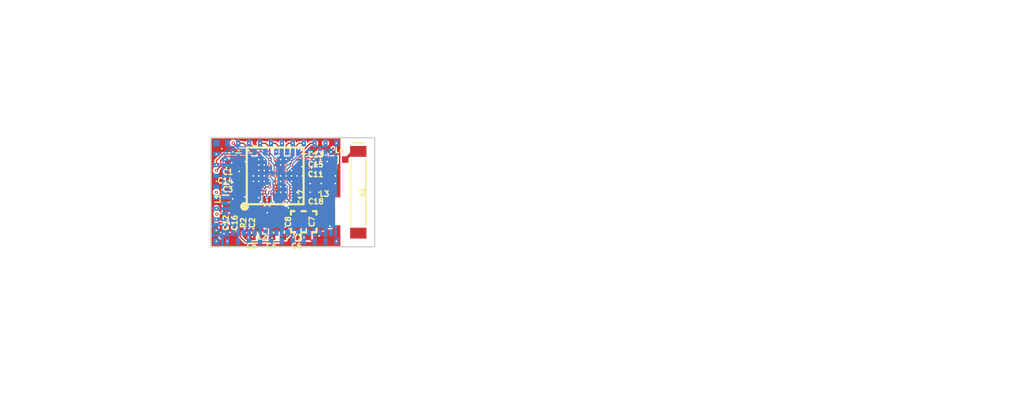
<source format=kicad_pcb>
(kicad_pcb (version 20221018) (generator pcbnew)
  (layers (0 "F.Cu" signal) (1 "In1.Cu" signal) (2 "In2.Cu" signal) (31 "B.Cu" signal) (34 "B.Paste" user) (35 "F.Paste" user) (36 "B.SilkS" user "B.Silkscreen") (37 "F.SilkS" user "F.Silkscreen") (38 "B.Mask" user) (39 "F.Mask" user) (44 "Edge.Cuts" user))
  (net 0 "")
  (net 1 "VDD")
  (net 2 "N$2")
  (net 3 "N$3")
  (net 4 "GND")
  (net 5 "SIMOBUCK_SW")
  (net 6 "SIMBUCK_SWSEL")
  (net 7 "VDDBH_SW")
  (net 8 "VDDBH")
  (net 9 "ADC_VREF")
  (net 10 "SWDCK")
  (net 11 "SWDIO")
  (net 12 "RFIOP")
  (net 13 "VDDC")
  (net 14 "VDDF")
  (net 15 "VDDS")
  (net 16 "N$16")
  (net 17 "RXI-0")
  (net 18 "TXO-0")
  (net 19 "~{D6}")
  (net 20 "~{D5}")
  (net 21 "D7")
  (net 22 "~{AD33/SWO}")
  (net 23 "D40")
  (net 24 "~{D24}")
  (net 25 "BOOTLOAD")
  (net 26 "N$1")
  (net 27 "VDCDCRF")
  (net 28 "~{RST}")
  (net 29 "DVDD")
  (net 30 "~{D44}")
  (net 31 "~{AD31}")
  (net 32 "~{AD13}")
  (net 33 "~{AD12}")
  (net 34 "~{AD11}")
  (net 35 "~{D26}")
  (net 36 "~{D25}")
  (net 37 "~{AD29}")
  (net 38 "~{AD35}")
  (net 39 "XI")
  (net 40 "XO")
  (net 41 "~{D27}")
  (net 42 "~{D28}")
  (net 43 "~{AD32}")
  (net 44 "~{D39}")
  (net 45 "~{D42}")
  (net 46 "D38")
  (net 47 "~{D43}")
  (net 48 "D36")
  (net 49 "~{D37}")
  (net 50 "~{D22}")
  (net 51 "~{D4}")
  (net 52 "D8")
  (net 53 "D10")
  (net 54 "N$4")
  (net 55 "D9")
  (net 56 "D3")
  (net 57 "D2")
  (net 58 "D1")
  (net 59 "D0")
  (net 60 "D14")
  (net 61 "D15")
  (net 62 "AD16")
  (net 63 "D17")
  (net 64 "~{D18}")
  (net 65 "~{D19}")
  (net 66 "~{D23}")
  (net 67 "AD34")
  (net 68 "D41")
  (footprint "working:FIDUCIAL-0.2MM" (layer "F.Cu") (at 141.8901 109.1146)
    (fp_text reference "FD3" hide)
    (fp_text value "FIDUCIAL0.2MM" hide)
  )
  (footprint "working:0402-TIGHT" (layer "F.Cu") (at 142.1011 107.8036 -90)
    (fp_text reference "C12")
    (fp_text value "1.0uF")
  )
  (footprint "working:0402-TIGHT" (layer "F.Cu") (at 143.1011 103.1036 180)
    (fp_text reference "C14")
    (fp_text value "1.0uF")
  )
  (footprint "working:0805-WIDE" (layer "F.Cu") (at 146.2011 107.7036 180)
    (fp_text reference "L2")
    (fp_text value "1.0μH")
  )
  (footprint "working:0402-TIGHT" (layer "F.Cu") (at 144.5011 107.8036 -90)
    (fp_text reference "C2")
    (fp_text value "4.7uF")
  )
  (footprint "working:0402-TIGHT" (layer "F.Cu") (at 152.8011 102.0036)
    (fp_text reference "L4")
    (fp_text value "2nH/?%/200mA/300mOhm")
  )
  (footprint "working:SFE_LOGO_FLAME_INTERNAL_0.05" (layer "F.Cu") (at 150.5261 102.1296)
    (fp_text reference "LOGO1" hide)
    (fp_text value "SFE_LOGO_FLAME.05_INCH_INTERNAL" hide)
  )
  (footprint "working:0402-TIGHT" (layer "F.Cu") (at 143.1011 103.9036 180)
    (fp_text reference "C3")
    (fp_text value "2.2uF")
  )
  (footprint "working:0402-TIGHT" (layer "F.Cu") (at 150.5891 104.2046)
    (fp_text reference "C11")
    (fp_text value "47nF")
  )
  (footprint "working:CRYSTAL-SMD-2.0X1.6MM" (layer "F.Cu") (at 149.5011 107.7036 180)
    (fp_text reference "Y1")
    (fp_text value "32MHz")
  )
  (footprint "working:0402-TIGHT" (layer "F.Cu") (at 151.4011 105.0036 180)
    (fp_text reference "C18")
    (fp_text value "0.5pF")
  )
  (footprint "working:0402-TIGHT" (layer "F.Cu") (at 143.1011 102.3036 180)
    (fp_text reference "C1")
    (fp_text value "0.47uF")
  )
  (footprint "working:0402-TIGHT" (layer "F.Cu") (at 150.1221 105.4806 90)
    (fp_text reference "C17")
    (fp_text value "DNP")
  )
  (footprint "working:0402-TIGHT" (layer "F.Cu") (at 143.7011 107.8036 -90)
    (fp_text reference "R2")
    (fp_text value "0")
  )
  (footprint "working:0402-TIGHT" (layer "F.Cu") (at 151.1011 107.7036 90)
    (fp_text reference "C7")
    (fp_text value "6pF")
  )
  (footprint "working:0402-TIGHT" (layer "F.Cu") (at 142.9011 107.8036 -90)
    (fp_text reference "C16")
    (fp_text value "2.2uF")
  )
  (footprint "working:0402-TIGHT" (layer "F.Cu") (at 145.3011 109.1036 180)
    (fp_text reference "C5")
    (fp_text value "2.2uF")
  )
  (footprint "working:0402-TIGHT" (layer "F.Cu") (at 151.4011 106.0036)
    (fp_text reference "L3")
    (fp_text value "2.7nH/?%/900mA/70mOhm")
  )
  (footprint "working:0805-WIDE" (layer "F.Cu") (at 143.0011 105.6036 90)
    (fp_text reference "L1")
    (fp_text value "2.2μH")
  )
  (footprint "working:0402-TIGHT" (layer "F.Cu") (at 147.1011 109.1036 180)
    (fp_text reference "C4")
    (fp_text value "1.0uF")
  )
  (footprint "working:ANT-2.4GHZ-8.0X1.0MM" (layer "F.Cu") (at 154.5011 105.0036 -90)
    (fp_text reference "A1")
    (fp_text value "2.4GHZ-3.2X1.6MM")
  )
  (footprint "working:CREATIVE_COMMONS" (layer "F.Cu") (at 142.0011 123.0036)
    (fp_text reference "FRAME1" hide)
    (fp_text value "FRAME-LETTER" hide)
  )
  (footprint "working:0402-TIGHT" (layer "F.Cu") (at 150.6011 102.4036)
    (fp_text reference "C13")
    (fp_text value "1.0uF")
  )
  (footprint "working:BGA-81-5X5MM" (layer "F.Cu") (at 146.8891 103.5026 90)
    (fp_text reference "U1" hide)
    (fp_text value "AMBIQ-APOLLO3KBR" hide)
  )
  (footprint "working:FIDUCIAL-0.2MM" (layer "F.Cu") (at 152.1771 100.9866)
    (fp_text reference "FD4" hide)
    (fp_text value "FIDUCIAL0.2MM" hide)
  )
  (footprint "working:0402-TIGHT" (layer "F.Cu") (at 147.8011 107.7036 -90)
    (fp_text reference "C8")
    (fp_text value "2.2uF")
  )
  (footprint "working:0402-TIGHT" (layer "F.Cu") (at 149.4011 109.1036 180)
    (fp_text reference "C6")
    (fp_text value "6pF")
  )
  (footprint "working:0402-TIGHT" (layer "F.Cu") (at 150.6011 103.3036)
    (fp_text reference "C15")
    (fp_text value "1.0uF")
  )
  (footprint "working:MODULE_PAD" (layer "B.Cu") (at 143.0011 108.7036 -90)
    (fp_text reference "J40" hide)
    (fp_text value "PAD.4X.6" hide)
  )
  (footprint "working:MODULE_PAD" (layer "B.Cu") (at 141.5011 106.5036)
    (fp_text reference "J33" hide)
    (fp_text value "PAD.4X.6" hide)
  )
  (footprint "working:MODULE_PAD" (layer "B.Cu") (at 144.0011 101.3036 90)
    (fp_text reference "J18" hide)
    (fp_text value "PAD.4X.6" hide)
  )
  (footprint "working:MODULE_PAD" (layer "B.Cu") (at 148.0011 101.3036 90)
    (fp_text reference "J10" hide)
    (fp_text value "PAD.4X.6" hide)
  )
  (footprint "working:MODULE_PAD" (layer "B.Cu") (at 147.0011 101.3036 -90)
    (fp_text reference "J12" hide)
    (fp_text value "PAD.4X.6" hide)
  )
  (footprint "working:MODULE_PAD" (layer "B.Cu") (at 148.0011 108.7036 90)
    (fp_text reference "J50" hide)
    (fp_text value "PAD.4X.6" hide)
  )
  (footprint "working:MODULE_PAD" (layer "B.Cu") (at 150.5011 100.5036 -90)
    (fp_text reference "J5" hide)
    (fp_text value "PAD.4X.6" hide)
  )
  (footprint "working:MODULE_PAD" (layer "B.Cu") (at 149.5011 100.5036 -90)
    (fp_text reference "J7" hide)
    (fp_text value "PAD.4X.6" hide)
  )
  (footprint "working:MODULE_PAD" (layer "B.Cu") (at 142.3011 108.0036)
    (fp_text reference "J36" hide)
    (fp_text value "PAD.4X.6" hide)
  )
  (footprint "working:MODULE_PAD" (layer "B.Cu") (at 146.5011 100.5036 -90)
    (fp_text reference "J13" hide)
    (fp_text value "PAD.4X.6" hide)
  )
  (footprint "working:MODULE_PAD" (layer "B.Cu") (at 151.0011 108.7036 -90)
    (fp_text reference "J56" hide)
    (fp_text value "PAD.4X.6" hide)
  )
  (footprint "working:MODULE_PAD" (layer "B.Cu") (at 152.5011 100.5036 -90)
    (fp_text reference "J1" hide)
    (fp_text value "PAD.4X.6" hide)
  )
  (footprint "working:MODULE_PAD" (layer "B.Cu") (at 143.5011 100.5036 90)
    (fp_text reference "J19" hide)
    (fp_text value "PAD.4X.6" hide)
  )
  (footprint "working:MODULE_PAD" (layer "B.Cu") (at 146.0011 101.3036 90)
    (fp_text reference "J14" hide)
    (fp_text value "PAD.4X.6" hide)
  )
  (footprint "working:MODULE_MINI_PAD" (layer "B.Cu") (at 141.5011 100.5036 90)
    (fp_text reference "J22" hide)
    (fp_text value "PAD.35X.35" hide)
  )
  (footprint "working:MODULE_PAD" (layer "B.Cu") (at 147.5011 100.5036 -90)
    (fp_text reference "J11" hide)
    (fp_text value "PAD.4X.6" hide)
  )
  (footprint "working:MODULE_PAD" (layer "B.Cu") (at 141.5011 108.5036 180)
    (fp_text reference "J37" hide)
    (fp_text value "PAD.4X.6" hide)
  )
  (footprint "working:MODULE_PAD" (layer "B.Cu") (at 152.0011 101.3036 -90)
    (fp_text reference "J2" hide)
    (fp_text value "PAD.4X.6" hide)
  )
  (footprint "working:MODULE_PAD" (layer "B.Cu") (at 148.5011 109.5036 -90)
    (fp_text reference "J51" hide)
    (fp_text value "PAD.4X.6" hide)
  )
  (footprint "working:MODULE_PAD" (layer "B.Cu") (at 142.3011 102.0036 180)
    (fp_text reference "J24" hide)
    (fp_text value "PAD.4X.6" hide)
  )
  (footprint "working:MODULE_PAD" (layer "B.Cu") (at 150.0011 101.3036 -90)
    (fp_text reference "J6" hide)
    (fp_text value "PAD.4X.6" hide)
  )
  (footprint "working:MODULE_PAD" (layer "B.Cu") (at 149.0011 108.7036 90)
    (fp_text reference "J52" hide)
    (fp_text value "PAD.4X.6" hide)
  )
  (footprint "working:MODULE_PAD" (layer "B.Cu") (at 147.5011 109.5036 -90)
    (fp_text reference "J49" hide)
    (fp_text value "PAD.4X.6" hide)
  )
  (footprint "working:MODULE_PAD" (layer "B.Cu") (at 152.5011 109.5036 -90)
    (fp_text reference "J59" hide)
    (fp_text value "PAD.4X.6" hide)
  )
  (footprint "working:MODULE_PAD" (layer "B.Cu") (at 141.5011 104.5036 180)
    (fp_text reference "J29" hide)
    (fp_text value "PAD.4X.6" hide)
  )
  (footprint "working:MODULE_PAD" (layer "B.Cu") (at 142.3011 106.0036 180)
    (fp_text reference "J32" hide)
    (fp_text value "PAD.4X.6" hide)
  )
  (footprint "working:MODULE_PAD" (layer "B.Cu") (at 142.3011 105.0036)
    (fp_text reference "J30" hide)
    (fp_text value "PAD.4X.6" hide)
  )
  (footprint "working:MODULE_PAD" (layer "B.Cu") (at 141.5011 105.5036)
    (fp_text reference "J31" hide)
    (fp_text value "PAD.4X.6" hide)
  )
  (footprint "working:MODULE_PAD" (layer "B.Cu") (at 144.0011 108.7036 -90)
    (fp_text reference "J42" hide)
    (fp_text value "PAD.4X.6" hide)
  )
  (footprint "working:MODULE_PAD" (layer "B.Cu") (at 142.5011 109.5036 90)
    (fp_text reference "J39" hide)
    (fp_text value "PAD.4X.6" hide)
  )
  (footprint "working:MODULE_PAD" (layer "B.Cu") (at 151.5011 109.5036 -90)
    (fp_text reference "J57" hide)
    (fp_text value "PAD.4X.6" hide)
  )
  (footprint "working:MODULE_PAD" (layer "B.Cu") (at 152.0011 108.7036 -90)
    (fp_text reference "J58" hide)
    (fp_text value "PAD.4X.6" hide)
  )
  (footprint "working:MODULE_PAD" (layer "B.Cu") (at 141.5011 101.5036)
    (fp_text reference "J23" hide)
    (fp_text value "PAD.4X.6" hide)
  )
  (footprint "working:MODULE_PAD" (layer "B.Cu") (at 144.5011 100.5036 -90)
    (fp_text reference "J17" hide)
    (fp_text value "PAD.4X.6" hide)
  )
  (footprint "working:MODULE_PAD" (layer "B.Cu") (at 141.5011 103.5036 180)
    (fp_text reference "J27" hide)
    (fp_text value "PAD.4X.6" hide)
  )
  (footprint "working:MODULE_PAD" (layer "B.Cu") (at 141.5011 102.5036 180)
    (fp_text reference "J25" hide)
    (fp_text value "PAD.4X.6" hide)
  )
  (footprint "working:MODULE_PAD" (layer "B.Cu") (at 142.3011 104.0036)
    (fp_text reference "J28" hide)
    (fp_text value "PAD.4X.6" hide)
  )
  (footprint "working:MODULE_PAD" (layer "B.Cu") (at 145.5011 100.5036 -90)
    (fp_text reference "J15" hide)
    (fp_text value "PAD.4X.6" hide)
  )
  (footprint "working:MODULE_PAD" (layer "B.Cu") (at 145.0011 108.7036 90)
    (fp_text reference "J44" hide)
    (fp_text value "PAD.4X.6" hide)
  )
  (footprint "working:MODULE_PAD" (layer "B.Cu") (at 143.0011 101.3036 90)
    (fp_text reference "J20" hide)
    (fp_text value "PAD.4X.6" hide)
  )
  (footprint "working:MODULE_PAD" (layer "B.Cu") (at 146.0011 108.7036 -90)
    (fp_text reference "J46" hide)
    (fp_text value "PAD.4X.6" hide)
  )
  (footprint "working:MODULE_PAD" (layer "B.Cu") (at 141.5011 107.5036 180)
    (fp_text reference "J35" hide)
    (fp_text value "PAD.4X.6" hide)
  )
  (footprint "working:MODULE_PAD" (layer "B.Cu") (at 146.5011 109.5036 -90)
    (fp_text reference "J47" hide)
    (fp_text value "PAD.4X.6" hide)
  )
  (footprint "working:MODULE_PAD" (layer "B.Cu") (at 150.0011 108.7036 -90)
    (fp_text reference "J54" hide)
    (fp_text value "PAD.4X.6" hide)
  )
  (footprint "working:MODULE_PAD" (layer "B.Cu") (at 142.5011 100.5036 90)
    (fp_text reference "J21" hide)
    (fp_text value "PAD.4X.6" hide)
  )
  (footprint "working:MODULE_PAD" (layer "B.Cu") (at 149.0011 101.3036 -90)
    (fp_text reference "J8" hide)
    (fp_text value "PAD.4X.6" hide)
  )
  (footprint "working:MODULE_PAD" (layer "B.Cu") (at 142.3011 103.0036)
    (fp_text reference "J26" hide)
    (fp_text value "PAD.4X.6" hide)
  )
  (footprint "working:MODULE_PAD" (layer "B.Cu") (at 145.5011 109.5036 -90)
    (fp_text reference "J45" hide)
    (fp_text value "PAD.4X.6" hide)
  )
  (footprint "working:MODULE_PAD" (layer "B.Cu") (at 151.5011 100.5036 90)
    (fp_text reference "J3" hide)
    (fp_text value "PAD.4X.6" hide)
  )
  (footprint "working:MODULE_MINI_PAD" (layer "B.Cu") (at 141.5011 109.5036 180)
    (fp_text reference "J38" hide)
    (fp_text value "PAD.35X.35" hide)
  )
  (footprint "working:MODULE_PAD" (layer "B.Cu") (at 142.3011 107.0036 180)
    (fp_text reference "J34" hide)
    (fp_text value "PAD.4X.6" hide)
  )
  (footprint "working:MODULE_PAD" (layer "B.Cu") (at 150.5011 109.5036 90)
    (fp_text reference "J55" hide)
    (fp_text value "PAD.4X.6" hide)
  )
  (footprint "working:MODULE_PAD" (layer "B.Cu") (at 144.5011 109.5036 -90)
    (fp_text reference "J43" hide)
    (fp_text value "PAD.4X.6" hide)
  )
  (footprint "working:MODULE_PAD" (layer "B.Cu") (at 147.0011 108.7036 -90)
    (fp_text reference "J48" hide)
    (fp_text value "PAD.4X.6" hide)
  )
  (footprint "working:MODULE_PAD" (layer "B.Cu") (at 149.5011 109.5036 90)
    (fp_text reference "J53" hide)
    (fp_text value "PAD.4X.6" hide)
  )
  (footprint "working:MODULE_PAD" (layer "B.Cu") (at 151.0011 101.3036 -90)
    (fp_text reference "J4" hide)
    (fp_text value "PAD.4X.6" hide)
  )
  (footprint "working:MODULE_PAD" (layer "B.Cu") (at 143.5011 109.5036 -90)
    (fp_text reference "J41" hide)
    (fp_text value "PAD.4X.6" hide)
  )
  (footprint "working:MODULE_PAD" (layer "B.Cu") (at 148.5011 100.5036 90)
    (fp_text reference "J9" hide)
    (fp_text value "PAD.4X.6" hide)
  )
  (footprint "working:MODULE_PAD" (layer "B.Cu") (at 145.0011 101.3036 90)
    (fp_text reference "J16" hide)
    (fp_text value "PAD.4X.6" hide)
  )
  (gr_line (start 156.0011 100.0036) (end 141.0011 100.0036) (stroke (width 0.127)) (layer "Edge.Cuts"))
  (gr_line (start 141.0011 100.0036) (end 141.0011 110.0036) (stroke (width 0.127)) (layer "Edge.Cuts"))
  (gr_line (start 141.0011 110.0036) (end 156.0011 110.0036) (stroke (width 0.127)) (layer "Edge.Cuts"))
  (gr_line (start 156.0011 110.0036) (end 156.0011 100.0036) (stroke (width 0.127)) (layer "Edge.Cuts"))
  (segment (start 142.4979 107.3308) (end 142.5251 107.3036) (width 0.254) (layer "F.Cu") (net 1))
  (segment (start 142.9011 107.3036) (end 143.0011 107.4036) (width 0.2) (layer "F.Cu") (net 1))
  (segment (start 142.4979 107.6068) (end 142.4979 107.3308) (width 0.254) (layer "F.Cu") (net 1))
  (segment (start 142.9011 107.3036) (end 142.6979 107.5068) (width 0.127) (layer "F.Cu") (net 1))
  (segment (start 142.5251 107.3036) (end 142.9011 107.3036) (width 0.3) (layer "F.Cu") (net 1))
  (segment (start 145.3891 105.0026) (end 145.3891 105.5026) (width 0.127) (layer "F.Cu") (net 1))
  (segment (start 150.1011 102.4036) (end 150.1011 103.3036) (width 0.127) (layer "F.Cu") (net 1))
  (segment (start 149.4021 104.0026) (end 150.1011 103.3036) (width 0.127) (layer "F.Cu") (net 1))
  (segment (start 148.8891 104.0026) (end 149.4021 104.0026) (width 0.127) (layer "F.Cu") (net 1))
  (segment (start 142.1011 107.3036) (end 142.5251 107.3036) (width 0.3) (layer "F.Cu") (net 1))
  (segment (start 150.1011 103.3036) (end 150.1011 103.5036) (width 0.1016) (layer "F.Cu") (net 1))
  (via blind (at 147.3891 104.5026) (size 0.3024) (drill 0.15) (layers "F.Cu" "In1.Cu") (net 1))
  (via blind (at 145.8891 104.0026) (size 0.3024) (drill 0.15) (layers "F.Cu" "In1.Cu") (net 1))
  (via blind (at 145.3891 105.5026) (size 0.3024) (drill 0.15) (layers "F.Cu" "In1.Cu") (net 1))
  (via blind (at 150.1011 103.5036) (size 0.3024) (drill 0.15) (layers "F.Cu" "In1.Cu") (net 1))
  (via blind (at 143.6011 103.1036) (size 0.3024) (drill 0.15) (layers "F.Cu" "In1.Cu") (net 1))
  (via blind (at 142.4979 107.6068) (size 0.3024) (drill 0.15) (layers "F.Cu" "In1.Cu") (net 1))
  (via micro (at 141.5011 108.5036) (size 0.3024) (drill 0.15) (layers "In1.Cu" "B.Cu") (net 1))
  (via micro (at 142.3011 108.0036) (size 0.3024) (drill 0.15) (layers "In1.Cu" "B.Cu") (net 1))
  (segment (start 150.3761 107.4036) (end 150.2386 107.2661) (width 0.127) (layer "F.Cu") (net 2))
  (segment (start 148.317343 105.930844) (end 147.8891 105.5026) (width 0.1016) (layer "F.Cu") (net 2))
  (segment (start 150.1761 107.2036) (end 150.167125 107.2036) (width 0.1016) (layer "F.Cu") (net 2))
  (segment (start 148.894368 105.930844) (end 148.317343 105.930844) (width 0.1016) (layer "F.Cu") (net 2))
  (segment (start 150.1761 107.2036) (end 150.2386 107.2661) (width 0.1016) (layer "F.Cu") (net 2))
  (segment (start 150.116493 107.2661) (end 150.2386 107.2661) (width 0.1016) (layer "F.Cu") (net 2))
  (segment (start 150.1761 107.2036) (end 151.1011 107.2036) (width 0.1016) (layer "F.Cu") (net 2))
  (segment (start 150.167125 107.2036) (end 148.894368 105.930844) (width 0.1016) (layer "F.Cu") (net 2))
  (segment (start 148.8261 108.2036) (end 149.1011 108.2036) (width 0.1016) (layer "F.Cu") (net 3))
  (segment (start 148.826103 108.203597) (end 148.826103 108.203604) (width 0.1016) (layer "F.Cu") (net 3))
  (segment (start 147.3891 105.5026) (end 148.020543 106.134044) (width 0.1016) (layer "F.Cu") (net 3))
  (segment (start 148.8261 108.2036) (end 148.826103 108.203597) (width 0.1016) (layer "F.Cu") (net 3))
  (segment (start 148.020543 106.134044) (end 148.697068 106.134044) (width 0.1016) (layer "F.Cu") (net 3))
  (segment (start 148.9011 108.2786) (end 148.9011 109.1036) (width 0.1016) (layer "F.Cu") (net 3))
  (segment (start 147.3891 105.5026) (end 147.3891 105.5068) (width 0.127) (layer "F.Cu") (net 3))
  (segment (start 148.8261 108.2036) (end 148.9011 108.2786) (width 0.1016) (layer "F.Cu") (net 3))
  (segment (start 148.697068 106.134044) (end 149.3535 106.790475) (width 0.1016) (layer "F.Cu") (net 3))
  (segment (start 148.826103 108.203597) (end 148.826103 108.144122) (width 0.1016) (layer "F.Cu") (net 3))
  (segment (start 149.3535 107.9512) (end 149.3535 106.790475) (width 0.1016) (layer "F.Cu") (net 3))
  (segment (start 149.1011 108.2036) (end 149.3535 107.9512) (width 0.1016) (layer "F.Cu") (net 3))
  (segment (start 150.1001 105.0026) (end 150.1221 104.9806) (width 0.2) (layer "F.Cu") (net 4))
  (segment (start 150.1451 105.0036) (end 150.9011 105.0036) (width 0.2) (layer "F.Cu") (net 4))
  (segment (start 150.9011 105.0036) (end 151.0891 104.8156) (width 0.2) (layer "F.Cu") (net 4))
  (segment (start 151.0891 103.3156) (end 151.1011 103.3036) (width 0.2) (layer "F.Cu") (net 4))
  (segment (start 151.1011 103.3036) (end 151.1011 102.4036) (width 0.2) (layer "F.Cu") (net 4))
  (segment (start 145.5224 104.654494) (end 145.737206 104.8693) (width 0.127) (layer "F.Cu") (net 4))
  (segment (start 151.0891 104.2046) (end 151.0891 103.3156) (width 0.2) (layer "F.Cu") (net 4))
  (segment (start 145.3891 104.5026) (end 145.5224 104.6359) (width 0.127) (layer "F.Cu") (net 4))
  (segment (start 145.5224 104.6359) (end 145.5224 104.654494) (width 0.127) (layer "F.Cu") (net 4))
  (segment (start 151.0891 104.8156) (end 151.0891 104.2046) (width 0.2) (layer "F.Cu") (net 4))
  (segment (start 148.8891 105.0026) (end 150.1001 105.0026) (width 0.2) (layer "F.Cu") (net 4))
  (segment (start 142.6011 102.3036) (end 142.6011 103.1036) (width 0.2) (layer "F.Cu") (net 4))
  (segment (start 145.737206 104.8693) (end 145.7558 104.8693) (width 0.127) (layer "F.Cu") (net 4))
  (segment (start 150.1221 104.9806) (end 150.1451 105.0036) (width 0.2) (layer "F.Cu") (net 4))
  (segment (start 145.7558 104.8693) (end 145.8891 105.0026) (width 0.127) (layer "F.Cu") (net 4))
  (via micro (at 147.3891 105.0026) (size 0.3024) (drill 0.15) (layers "F.Cu" "In2.Cu") (net 4))
  (via micro (at 144.8011 109.1036) (size 0.3024) (drill 0.15) (layers "F.Cu" "In2.Cu") (net 4))
  (via blind (at 143.0011 104.1036) (size 0.3024) (drill 0.15) (layers "F.Cu" "In1.Cu") (net 4))
  (via blind (at 142.5011 109.5036) (size 0.3024) (drill 0.15) (layers "F.Cu" "In1.Cu") (net 4))
  (via micro (at 152.5011 101.3036) (size 0.3024) (drill 0.15) (layers "F.Cu" "In2.Cu") (net 4))
  (via blind (at 142.2011 108.8036) (size 0.3024) (drill 0.15) (layers "F.Cu" "In1.Cu") (net 4))
  (via micro (at 142.1011 108.3036) (size 0.3024) (drill 0.15) (layers "F.Cu" "In2.Cu") (net 4))
  (via micro (at 150.9011 105.0036) (size 0.3024) (drill 0.15) (layers "F.Cu" "In2.Cu") (net 4))
  (via micro (at 151.1011 104.2036) (size 0.3024) (drill 0.15) (layers "F.Cu" "In2.Cu") (net 4))
  (via micro (at 148.3891 105.0026) (size 0.3024) (drill 0.15) (layers "F.Cu" "In2.Cu") (net 4))
  (via micro (at 148.3891 105.5026) (size 0.3024) (drill 0.15) (layers "F.Cu" "In2.Cu") (net 4))
  (via blind (at 146.6011 109.2036) (size 0.3024) (drill 0.15) (layers "F.Cu" "In1.Cu") (net 4))
  (via blind (at 141.5011 109.5036) (size 0.3024) (drill 0.15) (layers "F.Cu" "In1.Cu") (net 4))
  (via blind (at 152.5011 109.5036) (size 0.3024) (drill 0.15) (layers "F.Cu" "In1.Cu") (net 4))
  (via blind (at 152.5011 100.5036) (size 0.3024) (drill 0.15) (layers "F.Cu" "In1.Cu") (net 4))
  (via blind (at 144.1011 105.4332) (size 0.3024) (drill 0.15) (layers "F.Cu" "In1.Cu") (net 4))
  (via micro (at 145.8891 105.0026) (size 0.3024) (drill 0.15) (layers "F.Cu" "In2.Cu") (net 4))
  (via micro (at 148.8891 105.0026) (size 0.3024) (drill 0.15) (layers "F.Cu" "In2.Cu") (net 4))
  (via blind (at 142.0011 101.0036) (size 0.3024) (drill 0.15) (layers "F.Cu" "In1.Cu") (net 4))
  (via blind (at 142.9011 102.3036) (size 0.3024) (drill 0.15) (layers "F.Cu" "In1.Cu") (net 4))
  (via micro (at 151.1011 102.4036) (size 0.3024) (drill 0.15) (layers "F.Cu" "In2.Cu") (net 4))
  (via micro (at 150.9011 109.0036) (size 0.3024) (drill 0.15) (layers "F.Cu" "In2.Cu") (net 4))
  (via micro (at 147.8011 108.2036) (size 0.3024) (drill 0.15) (layers "F.Cu" "In2.Cu") (net 4))
  (via micro (at 152.4011 103.5036) (size 0.3024) (drill 0.15) (layers "F.Cu" "In2.Cu") (net 4))
  (via micro (at 150.1011 105.0036) (size 0.3024) (drill 0.15) (layers "F.Cu" "In2.Cu") (net 4))
  (via micro (at 146.8891 105.0026) (size 0.3024) (drill 0.15) (layers "F.Cu" "In2.Cu") (net 4))
  (via micro (at 146.8891 104.5026) (size 0.3024) (drill 0.15) (layers "F.Cu" "In2.Cu") (net 4))
  (via micro (at 151.1011 103.3036) (size 0.3024) (drill 0.15) (layers "F.Cu" "In2.Cu") (net 4))
  (via micro (at 152.4011 104.2036) (size 0.3024) (drill 0.15) (layers "F.Cu" "In2.Cu") (net 4))
  (via micro (at 142.9011 108.3036) (size 0.3024) (drill 0.15) (layers "F.Cu" "In2.Cu") (net 4))
  (via micro (at 143.0011 105.6036) (size 0.3024) (drill 0.15) (layers "F.Cu" "In2.Cu") (net 4))
  (via micro (at 144.5011 108.3036) (size 0.3024) (drill 0.15) (layers "F.Cu" "In2.Cu") (net 4))
  (via micro (at 141.5011 104.0036) (size 0.3024) (drill 0.15) (layers "F.Cu" "In2.Cu") (net 4))
  (via micro (at 145.7939 106.0036) (size 0.3024) (drill 0.15) (layers "In1.Cu" "B.Cu") (net 4))
  (segment (start 145.7939 106.0036) (end 145.7939 104.836063) (width 0.1016) (layer "B.Cu") (net 4))
  (segment (start 146.3891 104.5026) (end 146.127362 104.5026) (width 0.1016) (layer "B.Cu") (net 4))
  (segment (start 146.127362 104.5026) (end 145.7939 104.836063) (width 0.1016) (layer "B.Cu") (net 4))
  (segment (start 144.7091 105.5026) (end 143.8081 106.4036) (width 0.3556) (layer "F.Cu") (net 5))
  (segment (start 144.8891 105.5026) (end 144.7091 105.5026) (width 0.3556) (layer "F.Cu") (net 5))
  (segment (start 143.8081 106.4036) (end 143.0011 106.4036) (width 0.3556) (layer "F.Cu") (net 5))
  (segment (start 144.8891 105.0026) (end 144.2001 105.0026) (width 0.3556) (layer "F.Cu") (net 6))
  (segment (start 144.2001 105.0026) (end 144.0011 104.8036) (width 0.3556) (layer "F.Cu") (net 6))
  (segment (start 143.342103 104.8036) (end 143.5411 105.002597) (width 0.3556) (layer "F.Cu") (net 6))
  (segment (start 144.0011 104.8036) (end 143.0011 104.8036) (width 0.3556) (layer "F.Cu") (net 6))
  (segment (start 143.0011 104.8036) (end 143.342103 104.8036) (width 0.3556) (layer "F.Cu") (net 6))
  (segment (start 147.0011 107.7036) (end 147.0011 106.5576) (width 0.3556) (layer "F.Cu") (net 7))
  (segment (start 147.0011 106.5576) (end 146.3891 105.9456) (width 0.3556) (layer "F.Cu") (net 7))
  (segment (start 146.3891 105.5026) (end 146.3891 105.9456) (width 0.3556) (layer "F.Cu") (net 7))
  (segment (start 145.4011 107.8106) (end 145.4011 107.7036) (width 0.3556) (layer "F.Cu") (net 8))
  (segment (start 144.5011 107.3036) (end 143.7011 107.3036) (width 0.3556) (layer "F.Cu") (net 8))
  (segment (start 145.3681 107.3036) (end 145.4011 107.3366) (width 0.3556) (layer "F.Cu") (net 8))
  (segment (start 145.4011 106.4576) (end 145.4011 107.3366) (width 0.3556) (layer "F.Cu") (net 8))
  (segment (start 145.8891 105.9696) (end 145.4011 106.4576) (width 0.3556) (layer "F.Cu") (net 8))
  (segment (start 145.4011 107.3366) (end 145.4011 107.7036) (width 0.3556) (layer "F.Cu") (net 8))
  (segment (start 144.5011 107.3036) (end 145.3681 107.3036) (width 0.3556) (layer "F.Cu") (net 8))
  (segment (start 145.8891 105.5026) (end 145.8891 105.9696) (width 0.3556) (layer "F.Cu") (net 8))
  (segment (start 143.6901 102.3036) (end 143.6011 102.3036) (width 0.127) (layer "F.Cu") (net 9))
  (segment (start 144.3891 103.0026) (end 143.6901 102.3036) (width 0.127) (layer "F.Cu") (net 9))
  (segment (start 144.8891 103.0026) (end 144.3891 103.0026) (width 0.127) (layer "F.Cu") (net 9))
  (via blind (at 147.8891 103.0026) (size 0.3024) (drill 0.15) (layers "F.Cu" "In1.Cu") (net 10))
  (via micro (at 152.0011 101.3036) (size 0.3024) (drill 0.15) (layers "In1.Cu" "B.Cu") (net 10))
  (segment (start 150.650343 100.8322) (end 150.3047 101.177844) (width 0.1016) (layer "B.Cu") (net 10))
  (segment (start 149.927256 101.8068) (end 150.3047 101.429357) (width 0.1016) (layer "B.Cu") (net 10))
  (segment (start 147.8891 103.0026) (end 149.0849 101.8068) (width 0.1016) (layer "B.Cu") (net 10))
  (segment (start 151.5297 100.8322) (end 150.650343 100.8322) (width 0.1016) (layer "B.Cu") (net 10))
  (segment (start 152.0011 101.3036) (end 151.5297 100.8322) (width 0.1016) (layer "B.Cu") (net 10))
  (segment (start 150.3047 101.177844) (end 150.3047 101.429357) (width 0.1016) (layer "B.Cu") (net 10))
  (segment (start 149.0849 101.8068) (end 149.927256 101.8068) (width 0.1016) (layer "B.Cu") (net 10))
  (via blind (at 147.3891 102.5026) (size 0.3024) (drill 0.15) (layers "F.Cu" "In1.Cu") (net 11))
  (segment (start 150.1451 106.0036) (end 150.9011 106.0036) (width 0.293368) (layer "F.Cu") (net 12))
  (segment (start 150.1221 105.9806) (end 150.1451 106.0036) (width 0.3048) (layer "F.Cu") (net 12))
  (segment (start 148.8891 105.5026) (end 149.3671 105.9806) (width 0.293368) (layer "F.Cu") (net 12))
  (segment (start 149.3671 105.9806) (end 150.1221 105.9806) (width 0.293368) (layer "F.Cu") (net 12))
  (segment (start 144.1011 103.9036) (end 144.7001 104.5026) (width 0.127) (layer "F.Cu") (net 13))
  (segment (start 143.6011 103.9036) (end 144.1011 103.9036) (width 0.127) (layer "F.Cu") (net 13))
  (segment (start 144.7001 104.5026) (end 144.8891 104.5026) (width 0.127) (layer "F.Cu") (net 13))
  (segment (start 146.1617 108.627475) (end 146.1617 106.873519) (width 0.1016) (layer "F.Cu") (net 14))
  (segment (start 145.8011 109.1036) (end 145.8011 108.988075) (width 0.1016) (layer "F.Cu") (net 14))
  (segment (start 146.1617 108.627475) (end 145.8011 108.988075) (width 0.1016) (layer "F.Cu") (net 14))
  (via micro (at 146.3891 105.0026) (size 0.3024) (drill 0.15) (layers "F.Cu" "In2.Cu") (net 14))
  (via micro (at 146.1617 106.873519) (size 0.3024) (drill 0.15) (layers "F.Cu" "In2.Cu") (net 14))
  (via micro (at 146.5011 106.0036) (size 0.3024) (drill 0.15) (layers "In1.Cu" "B.Cu") (net 14))
  (via micro (at 146.1011 105.5036) (size 0.3024) (drill 0.15) (layers "In1.Cu" "B.Cu") (net 14))
  (segment (start 146.6927 104.724632) (end 146.6927 103.876844) (width 0.1016) (layer "B.Cu") (net 14))
  (segment (start 146.8959 104.8088) (end 146.5011 105.2036) (width 0.1016) (layer "B.Cu") (net 14))
  (segment (start 146.3891 103.573244) (end 146.3891 103.5026) (width 0.1016) (layer "B.Cu") (net 14))
  (segment (start 146.8959 103.792675) (end 146.8959 104.8088) (width 0.1016) (layer "B.Cu") (net 14))
  (segment (start 146.5011 105.2036) (end 146.5011 106.0036) (width 0.1016) (layer "B.Cu") (net 14))
  (segment (start 146.8891 103.785875) (end 146.8959 103.792675) (width 0.1016) (layer "B.Cu") (net 14))
  (segment (start 146.8891 103.5026) (end 146.8891 103.785875) (width 0.1016) (layer "B.Cu") (net 14))
  (segment (start 146.1011 105.316232) (end 146.1011 105.5036) (width 0.1016) (layer "B.Cu") (net 14))
  (segment (start 146.6927 103.876844) (end 146.3891 103.573244) (width 0.1016) (layer "B.Cu") (net 14))
  (segment (start 146.6927 104.724632) (end 146.1011 105.316232) (width 0.1016) (layer "B.Cu") (net 14))
  (segment (start 146.8891 105.5026) (end 146.8891 105.8586) (width 0.1016) (layer "F.Cu") (net 15))
  (segment (start 146.8891 105.8586) (end 147.8011 106.7706) (width 0.1016) (layer "F.Cu") (net 15))
  (segment (start 147.8011 106.7706) (end 147.8011 107.2036) (width 0.1016) (layer "F.Cu") (net 15))
  (segment (start 152.3011 102.0036) (end 152.3011 102.8036) (width 0.293368) (layer "F.Cu") (net 16))
  (segment (start 151.9011 106.0036) (end 151.9011 105.0036) (width 0.293368) (layer "F.Cu") (net 16))
  (segment (start 152.3011 102.8036) (end 151.9011 103.2036) (width 0.293368) (layer "F.Cu") (net 16))
  (segment (start 151.9011 105.0036) (end 151.9011 103.2036) (width 0.293368) (layer "F.Cu") (net 16))
  (via blind (at 151.5011 100.5036) (size 0.3024) (drill 0.15) (layers "F.Cu" "In1.Cu") (net 17))
  (via micro (at 148.3891 102.0026) (size 0.3024) (drill 0.15) (layers "F.Cu" "In2.Cu") (net 17))
  (segment (start 148.1011 100.5036) (end 148.5011 100.5036) (width 0.127) (layer "F.Cu") (net 18))
  (segment (start 147.8891 100.7156) (end 148.1011 100.5036) (width 0.127) (layer "F.Cu") (net 18))
  (segment (start 147.8891 101.5026) (end 147.8891 100.7156) (width 0.127) (layer "F.Cu") (net 18))
  (via blind (at 148.5011 100.5036) (size 0.3024) (drill 0.15) (layers "F.Cu" "In1.Cu") (net 18))
  (via blind (at 146.8891 102.0026) (size 0.3024) (drill 0.15) (layers "F.Cu" "In1.Cu") (net 19))
  (via micro (at 141.5011 101.5036) (size 0.3024) (drill 0.15) (layers "In1.Cu" "B.Cu") (net 19))
  (segment (start 145.835756 100.838257) (end 143.323125 100.838257) (width 0.1016) (layer "B.Cu") (net 19))
  (segment (start 142.791175 100.7968) (end 142.090775 101.4972) (width 0.1016) (layer "B.Cu") (net 19))
  (segment (start 143.323125 100.838257) (end 143.281668 100.7968) (width 0.1016) (layer "B.Cu") (net 19))
  (segment (start 146.8891 102.0026) (end 146.8891 101.8916) (width 0.1016) (layer "B.Cu") (net 19))
  (segment (start 143.281668 100.7968) (end 142.791175 100.7968) (width 0.1016) (layer "B.Cu") (net 19))
  (segment (start 141.5075 101.4972) (end 141.5011 101.5036) (width 0.1016) (layer "B.Cu") (net 19))
  (segment (start 142.090775 101.4972) (end 141.5075 101.4972) (width 0.1016) (layer "B.Cu") (net 19))
  (segment (start 146.8891 101.8916) (end 145.835756 100.838257) (width 0.1016) (layer "B.Cu") (net 19))
  (segment (start 146.8891 101.5026) (end 146.8891 101.394207) (width 0.127) (layer "F.Cu") (net 20))
  (segment (start 146.8891 101.394207) (end 146.990403 101.292904) (width 0.127) (layer "F.Cu") (net 20))
  (via blind (at 146.990403 101.292904) (size 0.3024) (drill 0.15) (layers "F.Cu" "In1.Cu") (net 20))
  (segment (start 147.357112 101.470613) (end 147.357112 100.941007) (width 0.127) (layer "F.Cu") (net 21))
  (segment (start 146.5011 100.5036) (end 146.919706 100.5036) (width 0.127) (layer "F.Cu") (net 21))
  (segment (start 147.357112 100.941007) (end 146.919706 100.5036) (width 0.127) (layer "F.Cu") (net 21))
  (segment (start 147.3891 101.5026) (end 147.357112 101.470613) (width 0.127) (layer "F.Cu") (net 21))
  (via blind (at 146.5011 100.5036) (size 0.3024) (drill 0.15) (layers "F.Cu" "In1.Cu") (net 21))
  (via blind (at 141.5011 105.0036) (size 0.3024) (drill 0.15) (layers "F.Cu" "In1.Cu") (net 22))
  (via micro (at 145.3891 103.0026) (size 0.3024) (drill 0.15) (layers "F.Cu" "In2.Cu") (net 22))
  (segment (start 150.119693 100.5036) (end 150.5011 100.5036) (width 0.127) (layer "F.Cu") (net 23))
  (segment (start 149.120693 101.5026) (end 150.119693 100.5036) (width 0.127) (layer "F.Cu") (net 23))
  (segment (start 148.8891 101.5026) (end 149.120693 101.5026) (width 0.127) (layer "F.Cu") (net 23))
  (via blind (at 150.5011 100.5036) (size 0.3024) (drill 0.15) (layers "F.Cu" "In1.Cu") (net 23))
  (via blind (at 145.8891 102.0026) (size 0.3024) (drill 0.15) (layers "F.Cu" "In1.Cu") (net 24))
  (segment (start 148.3725 101.196275) (end 149.065175 100.5036) (width 0.1016) (layer "F.Cu") (net 25))
  (segment (start 149.065175 100.5036) (end 149.5011 100.5036) (width 0.1016) (layer "F.Cu") (net 25))
  (segment (start 148.3891 101.5026) (end 148.3725 101.486) (width 0.1016) (layer "F.Cu") (net 25))
  (segment (start 148.3725 101.196275) (end 148.3725 101.486) (width 0.1016) (layer "F.Cu") (net 25))
  (via blind (at 149.5011 100.5036) (size 0.3024) (drill 0.15) (layers "F.Cu" "In1.Cu") (net 25))
  (segment (start 154.0511 101.2536) (end 153.3011 102.0036) (width 0.254) (layer "F.Cu") (net 26))
  (segment (start 154.5011 101.2536) (end 154.0511 101.2536) (width 0.254) (layer "F.Cu") (net 26))
  (segment (start 147.6011 109.356) (end 147.4011 109.556) (width 0.1016) (layer "F.Cu") (net 27))
  (segment (start 144.1535 109.556) (end 147.4011 109.556) (width 0.1016) (layer "F.Cu") (net 27))
  (segment (start 147.6011 109.1036) (end 148.016625 109.1036) (width 0.1016) (layer "F.Cu") (net 27))
  (segment (start 143.7011 109.1036) (end 144.1535 109.556) (width 0.1016) (layer "F.Cu") (net 27))
  (segment (start 143.7011 108.3036) (end 143.7011 109.1036) (width 0.1016) (layer "F.Cu") (net 27))
  (segment (start 148.016625 109.1036) (end 148.2535 108.866725) (width 0.1016) (layer "F.Cu") (net 27))
  (segment (start 147.6011 109.1036) (end 147.6011 109.356) (width 0.1016) (layer "F.Cu") (net 27))
  (segment (start 148.2535 106.840475) (end 148.0975 106.684475) (width 0.1016) (layer "F.Cu") (net 27))
  (segment (start 148.0975 106.684475) (end 148.0975 106.437644) (width 0.1016) (layer "F.Cu") (net 27))
  (segment (start 148.2535 108.866725) (end 148.2535 106.840475) (width 0.1016) (layer "F.Cu") (net 27))
  (via blind (at 148.0975 106.437644) (size 0.3024) (drill 0.15) (layers "F.Cu" "In1.Cu") (net 27))
  (via blind (at 147.8891 105.0026) (size 0.3024) (drill 0.15) (layers "F.Cu" "In1.Cu") (net 27))
  (via blind (at 147.8891 104.5026) (size 0.3024) (drill 0.15) (layers "F.Cu" "In1.Cu") (net 28))
  (segment (start 150.0891 104.2046) (end 150.0891 104.0156) (width 0.127) (layer "F.Cu") (net 29))
  (via micro (at 150.0891 104.2046) (size 0.3024) (drill 0.15) (layers "F.Cu" "In2.Cu") (net 29))
  (via micro (at 148.3891 104.5026) (size 0.3024) (drill 0.15) (layers "F.Cu" "In2.Cu") (net 29))
  (segment (start 149.107431 102.5026) (end 149.753765 101.856266) (width 0.1016) (layer "F.Cu") (net 30))
  (segment (start 148.8891 102.5026) (end 149.107431 102.5026) (width 0.1016) (layer "F.Cu") (net 30))
  (segment (start 149.753765 101.856266) (end 151.248434 101.856266) (width 0.1016) (layer "F.Cu") (net 30))
  (segment (start 151.248434 101.856266) (end 151.5011 101.6036) (width 0.1016) (layer "F.Cu") (net 30))
  (via blind (at 151.5011 101.6036) (size 0.3024) (drill 0.15) (layers "F.Cu" "In1.Cu") (net 30))
  (via micro (at 151.9011 108.1036) (size 0.3024) (drill 0.15) (layers "F.Cu" "In2.Cu") (net 30))
  (via blind (at 146.3891 103.5026) (size 0.3024) (drill 0.15) (layers "F.Cu" "In1.Cu") (net 31))
  (via blind (at 145.3891 102.5026) (size 0.3024) (drill 0.15) (layers "F.Cu" "In1.Cu") (net 32))
  (segment (start 142.285575 101.7036) (end 141.9011 102.088075) (width 0.1016) (layer "F.Cu") (net 33))
  (segment (start 144.0901 101.7036) (end 142.285575 101.7036) (width 0.1016) (layer "F.Cu") (net 33))
  (segment (start 141.9011 102.088075) (end 141.9011 102.6036) (width 0.1016) (layer "F.Cu") (net 33))
  (segment (start 141.9011 102.6036) (end 141.5011 103.0036) (width 0.1016) (layer "F.Cu") (net 33))
  (segment (start 144.8891 102.5026) (end 144.0901 101.7036) (width 0.1016) (layer "F.Cu") (net 33))
  (via blind (at 141.5011 103.0036) (size 0.3024) (drill 0.15) (layers "F.Cu" "In1.Cu") (net 33))
  (via blind (at 145.3891 103.5026) (size 0.3024) (drill 0.15) (layers "F.Cu" "In1.Cu") (net 34))
  (via blind (at 145.3891 102.0026) (size 0.3024) (drill 0.15) (layers "F.Cu" "In1.Cu") (net 35))
  (segment (start 142.1043 101.5004) (end 141.5011 102.1036) (width 0.1016) (layer "F.Cu") (net 36))
  (segment (start 144.8891 102.0026) (end 144.676468 102.0026) (width 0.1016) (layer "F.Cu") (net 36))
  (segment (start 144.174268 101.5004) (end 142.1043 101.5004) (width 0.1016) (layer "F.Cu") (net 36))
  (segment (start 141.5011 102.1036) (end 141.5011 102.5036) (width 0.1016) (layer "F.Cu") (net 36))
  (segment (start 144.676468 102.0026) (end 144.174268 101.5004) (width 0.1016) (layer "F.Cu") (net 36))
  (via blind (at 141.5011 102.5036) (size 0.3024) (drill 0.15) (layers "F.Cu" "In1.Cu") (net 36))
  (via micro (at 144.8891 103.5026) (size 0.3024) (drill 0.15) (layers "F.Cu" "In2.Cu") (net 37))
  (via blind (at 141.5011 106.5036) (size 0.3024) (drill 0.15) (layers "F.Cu" "In1.Cu") (net 37))
  (via blind (at 146.3891 103.0026) (size 0.3024) (drill 0.15) (layers "F.Cu" "In1.Cu") (net 38))
  (via blind (at 141.5011 107.5036) (size 0.3024) (drill 0.15) (layers "F.Cu" "In1.Cu") (net 39))
  (via micro (at 145.3891 104.0026) (size 0.3024) (drill 0.15) (layers "F.Cu" "In2.Cu") (net 39))
  (via blind (at 141.5483 107.0036) (size 0.3024) (drill 0.15) (layers "F.Cu" "In1.Cu") (net 40))
  (via micro (at 144.8891 104.0026) (size 0.3024) (drill 0.15) (layers "F.Cu" "In2.Cu") (net 40))
  (segment (start 145.0568 101.1703) (end 144.649206 101.1703) (width 0.127) (layer "F.Cu") (net 41))
  (segment (start 145.3891 101.5026) (end 145.0568 101.1703) (width 0.127) (layer "F.Cu") (net 41))
  (segment (start 144.649206 101.1703) (end 143.982506 100.5036) (width 0.127) (layer "F.Cu") (net 41))
  (segment (start 143.982506 100.5036) (end 143.5011 100.5036) (width 0.127) (layer "F.Cu") (net 41))
  (via blind (at 143.5011 100.5036) (size 0.3024) (drill 0.15) (layers "F.Cu" "In1.Cu") (net 41))
  (segment (start 144.193437 101.2322) (end 143.764987 101.2322) (width 0.1016) (layer "F.Cu") (net 42))
  (segment (start 144.463837 101.5026) (end 144.193437 101.2322) (width 0.1016) (layer "F.Cu") (net 42))
  (segment (start 143.764987 101.2322) (end 143.1725 100.639713) (width 0.1016) (layer "F.Cu") (net 42))
  (segment (start 143.1725 100.639713) (end 143.1725 100.6174) (width 0.1016) (layer "F.Cu") (net 42))
  (segment (start 143.1725 100.6174) (end 143.0483 100.4932) (width 0.1016) (layer "F.Cu") (net 42))
  (segment (start 144.8891 101.5026) (end 144.463837 101.5026) (width 0.1016) (layer "F.Cu") (net 42))
  (via blind (at 143.0483 100.4932) (size 0.3024) (drill 0.15) (layers "F.Cu" "In1.Cu") (net 42))
  (via blind (at 146.8891 103.0026) (size 0.3024) (drill 0.15) (layers "F.Cu" "In1.Cu") (net 43))
  (via micro (at 142.3011 102.0036) (size 0.3024) (drill 0.15) (layers "In1.Cu" "B.Cu") (net 43))
  (segment (start 143.238956 101.041457) (end 143.1975 101) (width 0.1016) (layer "B.Cu") (net 43))
  (segment (start 143.1975 101) (end 142.875343 101) (width 0.1016) (layer "B.Cu") (net 43))
  (segment (start 146.7927 102.476844) (end 146.5209 102.205044) (width 0.1016) (layer "B.Cu") (net 43))
  (segment (start 142.875343 101) (end 142.3011 101.574244) (width 0.1016) (layer "B.Cu") (net 43))
  (segment (start 146.5209 102.205044) (end 146.5209 101.882319) (width 0.1016) (layer "B.Cu") (net 43))
  (segment (start 146.8891 103.0026) (end 146.7927 102.9062) (width 0.1016) (layer "B.Cu") (net 43))
  (segment (start 146.7927 102.9062) (end 146.7927 102.476844) (width 0.1016) (layer "B.Cu") (net 43))
  (segment (start 146.5209 101.882319) (end 145.680037 101.041457) (width 0.1016) (layer "B.Cu") (net 43))
  (segment (start 145.680037 101.041457) (end 143.238956 101.041457) (width 0.1016) (layer "B.Cu") (net 43))
  (segment (start 142.3011 101.574244) (end 142.3011 102.0036) (width 0.1016) (layer "B.Cu") (net 43))
  (segment (start 148.8891 102.0026) (end 149.3021 102.0026) (width 0.127) (layer "F.Cu") (net 44))
  (segment (start 150.7011 101.6036) (end 151.0011 101.3036) (width 0.127) (layer "F.Cu") (net 44))
  (segment (start 150.7011 101.6036) (end 149.7011 101.6036) (width 0.127) (layer "F.Cu") (net 44))
  (segment (start 149.3021 102.0026) (end 149.7011 101.6036) (width 0.127) (layer "F.Cu") (net 44))
  (via blind (at 151.0011 101.3036) (size 0.3024) (drill 0.15) (layers "F.Cu" "In1.Cu") (net 44))
  (via micro (at 148.3891 103.5026) (size 0.3024) (drill 0.15) (layers "F.Cu" "In2.Cu") (net 45))
  (via blind (at 149.4011 103.5036) (size 0.3024) (drill 0.15) (layers "F.Cu" "In1.Cu") (net 45))
  (segment (start 148.8891 103.0026) (end 149.036787 103.0026) (width 0.1016) (layer "F.Cu") (net 46))
  (segment (start 149.036787 103.0026) (end 149.368443 102.670944) (width 0.1016) (layer "F.Cu") (net 46))
  (via blind (at 149.368443 102.670944) (size 0.3024) (drill 0.15) (layers "F.Cu" "In1.Cu") (net 46))
  (via blind (at 148.8891 103.5026) (size 0.3024) (drill 0.15) (layers "F.Cu" "In1.Cu") (net 47))
  (via blind (at 148.3891 103.0026) (size 0.3024) (drill 0.15) (layers "F.Cu" "In1.Cu") (net 48))
  (via blind (at 151.6539 102.185757) (size 0.3024) (drill 0.15) (layers "F.Cu" "In1.Cu") (net 49))
  (via micro (at 148.3891 102.5026) (size 0.3024) (drill 0.15) (layers "F.Cu" "In2.Cu") (net 49))
  (segment (start 144.503943 100.5036) (end 144.5011 100.5036) (width 0.1016) (layer "F.Cu") (net 50))
  (segment (start 145.2615 100.875) (end 144.875343 100.875) (width 0.1016) (layer "F.Cu") (net 50))
  (segment (start 144.875343 100.875) (end 144.503943 100.5036) (width 0.1016) (layer "F.Cu") (net 50))
  (segment (start 145.8891 101.5026) (end 145.2615 100.875) (width 0.1016) (layer "F.Cu") (net 50))
  (via blind (at 144.5011 100.5036) (size 0.3024) (drill 0.15) (layers "F.Cu" "In1.Cu") (net 50))
  (segment (start 146.0011 100.5036) (end 145.5011 100.5036) (width 0.127) (layer "F.Cu") (net 51))
  (segment (start 146.3891 101.5026) (end 146.3891 100.8916) (width 0.127) (layer "F.Cu") (net 51))
  (segment (start 146.3891 100.8916) (end 146.0011 100.5036) (width 0.127) (layer "F.Cu") (net 51))
  (via blind (at 145.5011 100.5036) (size 0.3024) (drill 0.15) (layers "F.Cu" "In1.Cu") (net 51))
  (via micro (at 147.3891 102.0026) (size 0.3024) (drill 0.15) (layers "F.Cu" "In2.Cu") (net 52))
  (via blind (at 147.5011 100.5036) (size 0.3024) (drill 0.15) (layers "F.Cu" "In1.Cu") (net 52))
  (via micro (at 147.8891 102.0026) (size 0.3024) (drill 0.15) (layers "F.Cu" "In2.Cu") (net 53))
  (via blind (at 149.0011 101.032388) (size 0.3024) (drill 0.15) (layers "F.Cu" "In1.Cu") (net 53))
  (segment (start 147.8901 102.5036) (end 147.8891 102.5026) (width 0.1016) (layer "F.Cu") (net 54))
  (segment (start 147.9011 102.5036) (end 147.8901 102.5036) (width 0.1016) (layer "F.Cu") (net 54))
  (via blind (at 147.8891 102.5026) (size 0.3024) (drill 0.15) (layers "F.Cu" "In1.Cu") (net 54))
  (via micro (at 150.0011 101.3036) (size 0.3024) (drill 0.15) (layers "In1.Cu" "B.Cu") (net 54))
  (segment (start 149.7011 101.6036) (end 150.0011 101.3036) (width 0.1016) (layer "B.Cu") (net 54))
  (segment (start 147.8891 102.5026) (end 148.101731 102.5026) (width 0.1016) (layer "B.Cu") (net 54))
  (segment (start 148.101731 102.5026) (end 149.000731 101.6036) (width 0.1016) (layer "B.Cu") (net 54))
  (segment (start 149.000731 101.6036) (end 149.7011 101.6036) (width 0.1016) (layer "B.Cu") (net 54))
  (via blind (at 147.8891 103.5026) (size 0.3024) (drill 0.15) (layers "F.Cu" "In1.Cu") (net 55))
  (via blind (at 147.3891 104.0026) (size 0.3024) (drill 0.15) (layers "F.Cu" "In1.Cu") (net 56))
  (via blind (at 147.8891 104.0026) (size 0.3024) (drill 0.15) (layers "F.Cu" "In1.Cu") (net 57))
  (via micro (at 147.9011 106.0036) (size 0.3024) (drill 0.15) (layers "In1.Cu" "B.Cu") (net 57))
  (segment (start 148.2177 104.366488) (end 148.2177 105.738713) (width 0.1016) (layer "B.Cu") (net 57))
  (segment (start 147.9011 106.0036) (end 147.952812 106.0036) (width 0.1016) (layer "B.Cu") (net 57))
  (segment (start 147.8891 104.037888) (end 148.2177 104.366488) (width 0.1016) (layer "B.Cu") (net 57))
  (segment (start 148.2177 105.738713) (end 147.952812 106.0036) (width 0.1016) (layer "B.Cu") (net 57))
  (segment (start 147.8891 104.0026) (end 147.8891 104.037888) (width 0.1016) (layer "B.Cu") (net 57))
  (via blind (at 148.3891 104.0026) (size 0.3024) (drill 0.15) (layers "F.Cu" "In1.Cu") (net 58))
  (via blind (at 146.3891 102.5026) (size 0.3024) (drill 0.15) (layers "F.Cu" "In1.Cu") (net 59))
  (via micro (at 143.0011 101.3036) (size 0.3024) (drill 0.15) (layers "In1.Cu" "B.Cu") (net 59))
  (segment (start 146.3177 102.4312) (end 146.3177 101.966488) (width 0.1016) (layer "B.Cu") (net 59))
  (segment (start 143.0011 101.3036) (end 145.654812 101.3036) (width 0.1016) (layer "B.Cu") (net 59))
  (segment (start 146.3891 102.5026) (end 146.3177 102.4312) (width 0.1016) (layer "B.Cu") (net 59))
  (segment (start 146.3177 101.966488) (end 145.654812 101.3036) (width 0.1016) (layer "B.Cu") (net 59))
  (via blind (at 145.8891 102.5026) (size 0.3024) (drill 0.15) (layers "F.Cu" "In1.Cu") (net 60))
  (via blind (at 146.3891 104.0026) (size 0.3024) (drill 0.15) (layers "F.Cu" "In1.Cu") (net 61))
  (via blind (at 146.3891 104.5026) (size 0.3024) (drill 0.15) (layers "F.Cu" "In1.Cu") (net 62))
  (via blind (at 145.8891 103.5026) (size 0.3024) (drill 0.15) (layers "F.Cu" "In1.Cu") (net 63))
  (segment (start 145.8891 104.5026) (end 145.898396 104.493304) (width 0.127) (layer "F.Cu") (net 64))
  (via micro (at 145.8891 104.5026) (size 0.3024) (drill 0.15) (layers "F.Cu" "In2.Cu") (net 64))
  (via blind (at 144.1539 102.196757) (size 0.3024) (drill 0.15) (layers "F.Cu" "In1.Cu") (net 65))
  (via micro (at 146.3891 102.0026) (size 0.3024) (drill 0.15) (layers "F.Cu" "In2.Cu") (net 65))
  (via blind (at 145.8891 103.0026) (size 0.3024) (drill 0.15) (layers "F.Cu" "In1.Cu") (net 66))
  (via micro (at 141.5011 105.5036) (size 0.3024) (drill 0.15) (layers "In1.Cu" "B.Cu") (net 66))
  (via blind (at 146.8891 103.5026) (size 0.3024) (drill 0.15) (layers "F.Cu" "In1.Cu") (net 67))
  (via blind (at 147.3891 103.5026) (size 0.3024) (drill 0.15) (layers "F.Cu" "In1.Cu") (net 68))
  (zone (net 4) (net_name "GND") (layer "F.Cu") (priority 6) (connect_pads (clearance 0.127)) (min_thickness 0.0508) (fill yes (thermal_gap 0.1516) (thermal_bridge_width 0.1516))
    (polygon (pts (xy 152.8599 110.0544) (xy 140.9503 110.0544) (xy 140.9503 99.9528) (xy 152.8599 99.9528)))
  )
  (zone (net 0) (net_name "") (layer "F.Cu") (priority 6) (connect_pads (clearance 0)) (min_thickness 0.025)
    (keepout (tracks allowed) (vias allowed) (pads allowed) (copperpour not_allowed) (footprints allowed))
    (fill (thermal_gap 0.1) (thermal_bridge_width 0.1))
    (polygon (pts (xy 153.1261 108.0286) (xy 152.3761 108.0286) (xy 152.3761 105.4786) (xy 153.1261 105.4786)))
  )
  (zone (net 0) (net_name "") (layer "B.Cu") (priority 6) (connect_pads (clearance 0)) (min_thickness 0.025)
    (keepout (tracks allowed) (vias allowed) (pads allowed) (copperpour not_allowed) (footprints allowed))
    (fill (thermal_gap 0.1) (thermal_bridge_width 0.1))
    (polygon (pts (xy 153.1261 108.0286) (xy 152.3761 108.0286) (xy 152.3761 105.4786) (xy 153.1261 105.4786)))
  )
  (zone (net 1) (net_name "VDD") (layer "B.Cu") (priority 6) (connect_pads (clearance 0.127)) (min_thickness 0.0508) (fill yes (thermal_gap 0.1516) (thermal_bridge_width 0.1516))
    (polygon (pts (xy 152.5519 110.0544) (xy 140.9503 110.0544) (xy 140.9503 99.9528) (xy 152.5519 99.9528)))
  )
)
</source>
